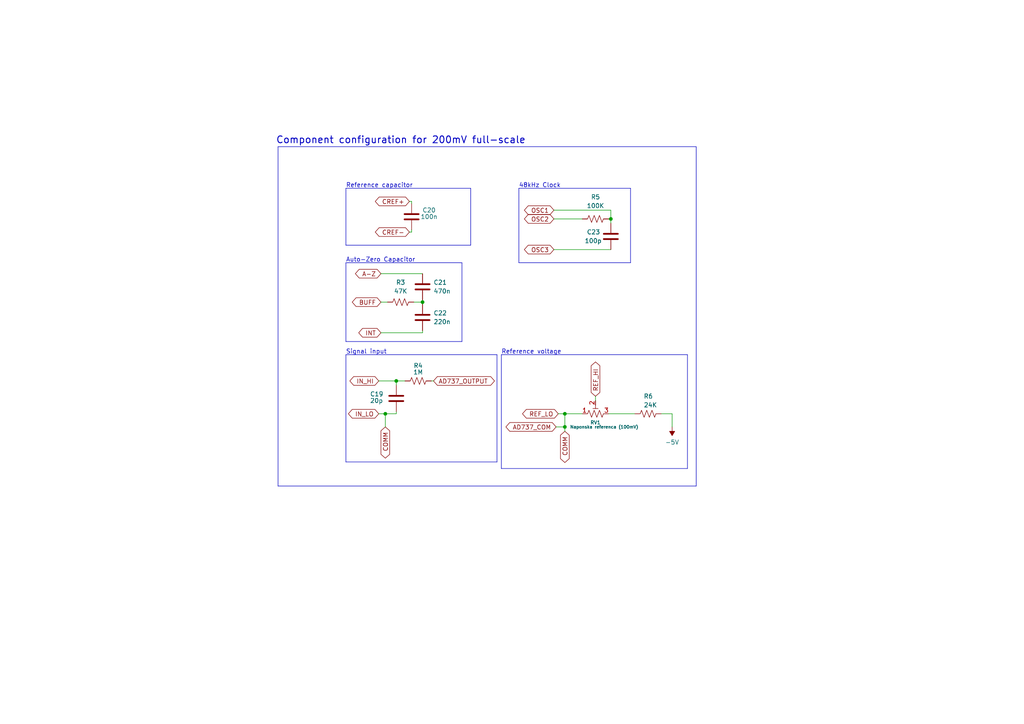
<source format=kicad_sch>
(kicad_sch (version 20230121) (generator eeschema)
  (paper "A4")
  (title_block (title "Uređaj za merenje efektivne vrednosti AC napona") (date "2024-01-19") (rev "2") (company "Srđan Milkić") (comment 4 "Konfiguracija ICL7107 ADC konvertora "))
  (lib_symbols
    (symbol "Device:C" (pin_numbers hide) (pin_names (offset 0.254))
      (property "Reference" "C" (at 0.635 2.54 0))
      (property "Value" "C" (at 0.635 -2.54 0))
      (symbol "C_0_1"
        (polyline (pts (xy -2.032 -0.762) (xy 2.032 -0.762)) (stroke (width 0.508)))
        (polyline (pts (xy -2.032 0.762) (xy 2.032 0.762)) (stroke (width 0.508)))
      )
      (symbol "C_1_1"
        (pin passive line (at 0 3.81 270) (length 2.794) (name "~") (number "1"))
        (pin passive line (at 0 -3.81 90) (length 2.794) (name "~") (number "2"))
      )
    )
    (symbol "Device:R_Potentiometer_Trim_US" (pin_names (offset 1.016) hide)
      (property "Reference" "RV" (at -4.445 0 90))
      (property "Value" "R_Potentiometer_Trim_US" (at -2.54 0 90))
      (symbol "R_Potentiometer_Trim_US_0_1"
        (polyline (pts (xy 0 -2.286) (xy 0 -2.54)))
        (polyline (pts (xy 0 2.286) (xy 0 2.54)))
        (polyline (pts (xy 1.524 0.762) (xy 1.524 -0.762)))
        (polyline (pts (xy 2.54 0) (xy 1.524 0)))
        (polyline (pts (xy 0 -0.762) (xy 1.016 -1.143) (xy 0 -1.524) (xy -1.016 -1.905) (xy 0 -2.286)))
        (polyline (pts (xy 0 0.762) (xy 1.016 0.381) (xy 0 0) (xy -1.016 -0.381) (xy 0 -0.762)))
        (polyline (pts (xy 0 2.286) (xy 1.016 1.905) (xy 0 1.524) (xy -1.016 1.143) (xy 0 0.762)))
      )
      (symbol "R_Potentiometer_Trim_US_1_1"
        (pin passive line (at 0 3.81 270) (length 1.27) (name "1") (number "1"))
        (pin passive line (at 3.81 0 180) (length 1.27) (name "2") (number "2"))
        (pin passive line (at 0 -3.81 90) (length 1.27) (name "3") (number "3"))
      )
    )
    (symbol "Device:R_US" (pin_numbers hide) (pin_names (offset 0))
      (property "Reference" "R" (at 2.54 0 90))
      (property "Value" "R_US" (at -2.54 0 90))
      (symbol "R_US_0_1"
        (polyline (pts (xy 0 -2.286) (xy 0 -2.54)))
        (polyline (pts (xy 0 2.286) (xy 0 2.54)))
        (polyline (pts (xy 0 -0.762) (xy 1.016 -1.143) (xy 0 -1.524) (xy -1.016 -1.905) (xy 0 -2.286)))
        (polyline (pts (xy 0 0.762) (xy 1.016 0.381) (xy 0 0) (xy -1.016 -0.381) (xy 0 -0.762)))
        (polyline (pts (xy 0 2.286) (xy 1.016 1.905) (xy 0 1.524) (xy -1.016 1.143) (xy 0 0.762)))
      )
      (symbol "R_US_1_1"
        (pin passive line (at 0 3.81 270) (length 1.27) (name "~") (number "1"))
        (pin passive line (at 0 -3.81 90) (length 1.27) (name "~") (number "2"))
      )
    )
    (symbol "power:-5V" (power) (pin_names (offset 0))
      (property "Value" "-5V" (at 0 3.81 0))
      (symbol "-5V_0_0"
        (pin power_in line (at 0 0 90) (length 0) hide (name "-5V") (number "1"))
      )
      (symbol "-5V_0_1"
        (polyline (pts (xy 0 0) (xy 0 1.27) (xy 0.762 1.27) (xy 0 2.54) (xy -0.762 1.27) (xy 0 1.27)) (fill (type outline)))
      )
    )
  )
  (junction (at 111.76 120.015))
  (junction (at 122.555 87.63))
  (junction (at 163.83 120.015))
  (junction (at 177.165 63.5))
  (junction (at 163.83 123.825))
  (junction (at 114.935 110.49))
  (wire (pts (xy 111.76 120.015) (xy 111.76 123.825)))
  (wire (pts (xy 194.945 120.015) (xy 194.945 123.825)))
  (wire (pts (xy 125.095 110.49) (xy 125.73 110.49)))
  (polyline (pts (xy 133.985 99.06) (xy 100.33 99.06)) (stroke (width 0) (type solid)))
  (wire (pts (xy 114.935 110.49) (xy 114.935 111.76)))
  (polyline (pts (xy 199.39 135.89) (xy 145.415 135.89)) (stroke (width 0) (type solid)))
  (polyline (pts (xy 144.145 102.87) (xy 144.145 133.985)) (stroke (width 0) (type solid)))
  (wire (pts (xy 109.855 110.49) (xy 114.935 110.49)))
  (wire (pts (xy 119.38 67.31) (xy 118.745 67.31)))
  (polyline (pts (xy 136.525 54.61) (xy 100.33 54.61)) (stroke (width 0) (type solid)))
  (wire (pts (xy 163.83 123.825) (xy 163.83 125.095)))
  (polyline (pts (xy 80.645 42.545) (xy 80.645 140.97)))
  (wire (pts (xy 120.015 87.63) (xy 122.555 87.63)))
  (polyline (pts (xy 182.88 54.61) (xy 182.88 76.2)) (stroke (width 0) (type solid)))
  (wire (pts (xy 160.655 72.39) (xy 177.165 72.39)))
  (polyline (pts (xy 133.985 76.2) (xy 133.985 99.06)) (stroke (width 0) (type solid)))
  (wire (pts (xy 177.165 63.5) (xy 176.53 63.5)))
  (polyline (pts (xy 144.145 102.87) (xy 100.33 102.87)) (stroke (width 0) (type solid)))
  (wire (pts (xy 122.555 87.63) (xy 122.555 88.265)))
  (polyline (pts (xy 150.495 54.61) (xy 182.88 54.61)) (stroke (width 0) (type solid)))
  (wire (pts (xy 160.655 60.96) (xy 177.165 60.96)))
  (wire (pts (xy 163.83 120.015) (xy 168.91 120.015)))
  (polyline (pts (xy 201.93 140.97) (xy 80.645 140.97)))
  (wire (pts (xy 118.745 58.42) (xy 119.38 58.42)))
  (polyline (pts (xy 100.33 76.2) (xy 133.985 76.2)) (stroke (width 0) (type solid)))
  (polyline (pts (xy 136.525 54.61) (xy 136.525 71.12)) (stroke (width 0) (type solid)))
  (wire (pts (xy 163.83 120.015) (xy 163.83 123.825)))
  (wire (pts (xy 122.555 96.52) (xy 110.49 96.52)))
  (wire (pts (xy 161.925 120.015) (xy 163.83 120.015)))
  (wire (pts (xy 114.935 119.38) (xy 114.935 120.015)))
  (wire (pts (xy 114.935 110.49) (xy 117.475 110.49)))
  (polyline (pts (xy 199.39 102.87) (xy 145.415 102.87)) (stroke (width 0) (type solid)))
  (polyline (pts (xy 144.145 133.985) (xy 100.33 133.985)) (stroke (width 0) (type solid)))
  (wire (pts (xy 122.555 87.63) (xy 122.555 86.995)))
  (polyline (pts (xy 201.93 42.545) (xy 201.93 140.97)))
  (polyline (pts (xy 182.88 76.2) (xy 150.495 76.2)) (stroke (width 0) (type solid)))
  (polyline (pts (xy 100.33 99.06) (xy 100.33 76.2)) (stroke (width 0) (type solid)))
  (polyline (pts (xy 100.33 54.61) (xy 100.33 71.12)) (stroke (width 0) (type solid)))
  (polyline (pts (xy 136.525 71.12) (xy 100.33 71.12)) (stroke (width 0) (type solid)))
  (polyline (pts (xy 145.415 102.87) (xy 145.415 135.89)) (stroke (width 0) (type solid)))
  (wire (pts (xy 172.72 114.935) (xy 172.72 116.205)))
  (wire (pts (xy 110.49 79.375) (xy 122.555 79.375)))
  (polyline (pts (xy 80.645 42.545) (xy 201.93 42.545)))
  (wire (pts (xy 161.29 123.825) (xy 163.83 123.825)))
  (wire (pts (xy 177.165 63.5) (xy 177.165 64.77)))
  (wire (pts (xy 122.555 95.885) (xy 122.555 96.52)))
  (polyline (pts (xy 100.33 102.87) (xy 100.33 133.985)) (stroke (width 0) (type solid)))
  (wire (pts (xy 111.76 120.015) (xy 114.935 120.015)))
  (wire (pts (xy 177.165 60.96) (xy 177.165 63.5)))
  (polyline (pts (xy 199.39 102.87) (xy 199.39 135.89)) (stroke (width 0) (type solid)))
  (wire (pts (xy 176.53 120.015) (xy 184.15 120.015)))
  (wire (pts (xy 109.855 120.015) (xy 111.76 120.015)))
  (wire (pts (xy 119.38 59.055) (xy 119.38 58.42)))
  (wire (pts (xy 119.38 66.675) (xy 119.38 67.31)))
  (wire (pts (xy 110.49 87.63) (xy 112.395 87.63)))
  (wire (pts (xy 168.91 63.5) (xy 160.655 63.5)))
  (wire (pts (xy 191.77 120.015) (xy 194.945 120.015)))
  (polyline (pts (xy 150.495 76.2) (xy 150.495 54.61)) (stroke (width 0) (type solid)))
  (text "Auto-Zero Capacitor\n" (at 100.33 76.2 0) (effects (font (size 1.27 1.27)) (justify left bottom)))
  (text "Reference capacitor\n" (at 100.33 54.61 0) (effects (font (size 1.27 1.27)) (justify left bottom)))
  (text "Reference voltage" (at 145.415 102.87 0) (effects (font (size 1.27 1.27)) (justify left bottom)))
  (text "Signal input" (at 100.33 102.87 0) (effects (font (size 1.27 1.27)) (justify left bottom)))
  (text "Component configuration for 200mV full-scale" (at 80.01 41.91 0) (effects (font (size 2 2) (thickness 0.254) bold) (justify left bottom)))
  (text "48kHz Clock" (at 150.495 54.61 0) (effects (font (size 1.27 1.27)) (justify left bottom)))
  (global_label "AD737_COM" (shape bidirectional) (at 161.29 123.825 180) (property "Intersheetrefs" "${INTERSHEET_REFS}" (effects hide)))
  (global_label "CREF-" (shape bidirectional) (at 118.745 67.31 180) (property "Intersheetrefs" "${INTERSHEET_REFS}" (effects hide)))
  (global_label "A-Z" (shape bidirectional) (at 110.49 79.375 180) (property "Intersheetrefs" "${INTERSHEET_REFS}" (effects hide)))
  (global_label "REF_LO" (shape bidirectional) (at 161.925 120.015 180) (property "Intersheetrefs" "${INTERSHEET_REFS}" (effects hide)))
  (global_label "OSC3" (shape bidirectional) (at 160.655 72.39 180) (property "Intersheetrefs" "${INTERSHEET_REFS}" (effects hide)))
  (global_label "INT" (shape bidirectional) (at 110.49 96.52 180) (property "Intersheetrefs" "${INTERSHEET_REFS}" (effects hide)))
  (global_label "AD737_OUTPUT" (shape bidirectional) (at 125.73 110.49 0) (property "Intersheetrefs" "${INTERSHEET_REFS}" (effects hide)))
  (global_label "OSC1" (shape bidirectional) (at 160.655 60.96 180) (property "Intersheetrefs" "${INTERSHEET_REFS}" (effects hide)))
  (global_label "COMM" (shape bidirectional) (at 111.76 123.825 270) (property "Intersheetrefs" "${INTERSHEET_REFS}" (effects hide)))
  (global_label "REF_HI" (shape bidirectional) (at 172.72 114.935 90) (property "Intersheetrefs" "${INTERSHEET_REFS}" (effects hide)))
  (global_label "CREF+" (shape bidirectional) (at 118.745 58.42 180) (property "Intersheetrefs" "${INTERSHEET_REFS}" (effects hide)))
  (global_label "IN_LO" (shape bidirectional) (at 109.855 120.015 180) (property "Intersheetrefs" "${INTERSHEET_REFS}" (effects hide)))
  (global_label "BUFF" (shape bidirectional) (at 110.49 87.63 180) (property "Intersheetrefs" "${INTERSHEET_REFS}" (effects hide)))
  (global_label "COMM" (shape bidirectional) (at 163.83 125.095 270) (property "Intersheetrefs" "${INTERSHEET_REFS}" (effects hide)))
  (global_label "OSC2" (shape bidirectional) (at 160.655 63.5 180) (property "Intersheetrefs" "${INTERSHEET_REFS}" (effects hide)))
  (global_label "IN_HI" (shape bidirectional) (at 109.855 110.49 180) (property "Intersheetrefs" "${INTERSHEET_REFS}" (effects hide)))
  (symbol (lib_id "Device:C") (at 122.555 83.185 180) (unit 1)
    (property "Reference" "C21" (at 125.73 81.9149 0) (effects (justify right)))
    (property "Value" "470n" (at 125.73 84.4549 0) (effects (justify right)))
    (property "Footprint" "Capacitor_SMD:C_0603_1608Metric" (effects hide))
  )
  (symbol (lib_id "Device:C") (at 114.935 115.57 0) (unit 1)
    (property "Reference" "C19" (at 107.315 114.3 0) (effects (justify left)))
    (property "Value" "20p" (at 107.315 116.205 0) (effects (justify left)))
    (property "Footprint" "Capacitor_SMD:C_0603_1608Metric" (effects hide))
  )
  (symbol (lib_id "power:-5V") (at 194.945 123.825 180) (unit 1)
    (property "Reference" "#PWR017" (effects hide))
    (property "Value" "-5V" (at 194.945 128.27 0))
  )
  (symbol (lib_id "Device:R_US") (at 187.96 120.015 270) (unit 1)
    (property "Reference" "R6" (at 186.69 114.935 90) (effects (justify left)))
    (property "Value" "24K" (at 186.69 117.475 90) (effects (justify left)))
    (property "Footprint" "Resistor_SMD:R_1206_3216Metric" (effects hide))
  )
  (symbol (lib_id "Device:C") (at 122.555 92.075 180) (unit 1)
    (property "Reference" "C22" (at 125.73 90.8049 0) (effects (justify right)))
    (property "Value" "220n" (at 125.73 93.3449 0) (effects (justify right)))
    (property "Footprint" "Capacitor_SMD:C_0603_1608Metric" (effects hide))
  )
  (symbol (lib_id "Device:R_US") (at 121.285 110.49 90) (unit 1)
    (property "Reference" "R4" (at 121.285 106.045 90))
    (property "Value" "1M" (at 121.285 107.95 90))
    (property "Footprint" "Resistor_THT:R_Axial_DIN0204_L3.6mm_D1.6mm_P5.08mm_Horizontal" (effects hide))
  )
  (symbol (lib_id "Device:R_Potentiometer_Trim_US") (at 172.72 120.015 90) (unit 1)
    (property "Reference" "RV1" (at 172.72 122.555 90) (effects (font (size 1.016 1.016))))
    (property "Value" "Naponska referenca (100mV)" (at 175.26 123.825 90) (effects (font (size 0.889 0.889))))
    (property "Footprint" "Potentiometer_THT:Potentiometer_Bourns_3266W_Vertical" (effects hide))
    (property "Val" "100mV" (effects hide))
  )
  (symbol (lib_id "Device:C") (at 119.38 62.865 0) (mirror y) (unit 1)
    (property "Reference" "C20" (at 124.46 60.96 0))
    (property "Value" "100n" (at 124.46 62.865 0))
    (property "Footprint" "Capacitor_SMD:C_0603_1608Metric" (effects hide))
  )
  (symbol (lib_id "Device:R_US") (at 116.205 87.63 90) (unit 1)
    (property "Reference" "R3" (at 116.205 81.915 90))
    (property "Value" "47K" (at 116.205 84.455 90))
    (property "Footprint" "Resistor_SMD:R_1206_3216Metric" (effects hide))
  )
  (symbol (lib_id "Device:C") (at 177.165 68.58 0) (mirror y) (unit 1)
    (property "Reference" "C23" (at 170.18 67.31 0) (effects (justify right)))
    (property "Value" "100p" (at 169.545 69.85 0) (effects (justify right)))
    (property "Footprint" "Capacitor_SMD:C_0603_1608Metric" (effects hide))
  )
  (symbol (lib_id "Device:R_US") (at 172.72 63.5 90) (unit 1)
    (property "Reference" "R5" (at 172.72 57.15 90))
    (property "Value" "100K" (at 172.72 59.69 90))
    (property "Footprint" "Resistor_SMD:R_1206_3216Metric" (effects hide))
  )
)
</source>
